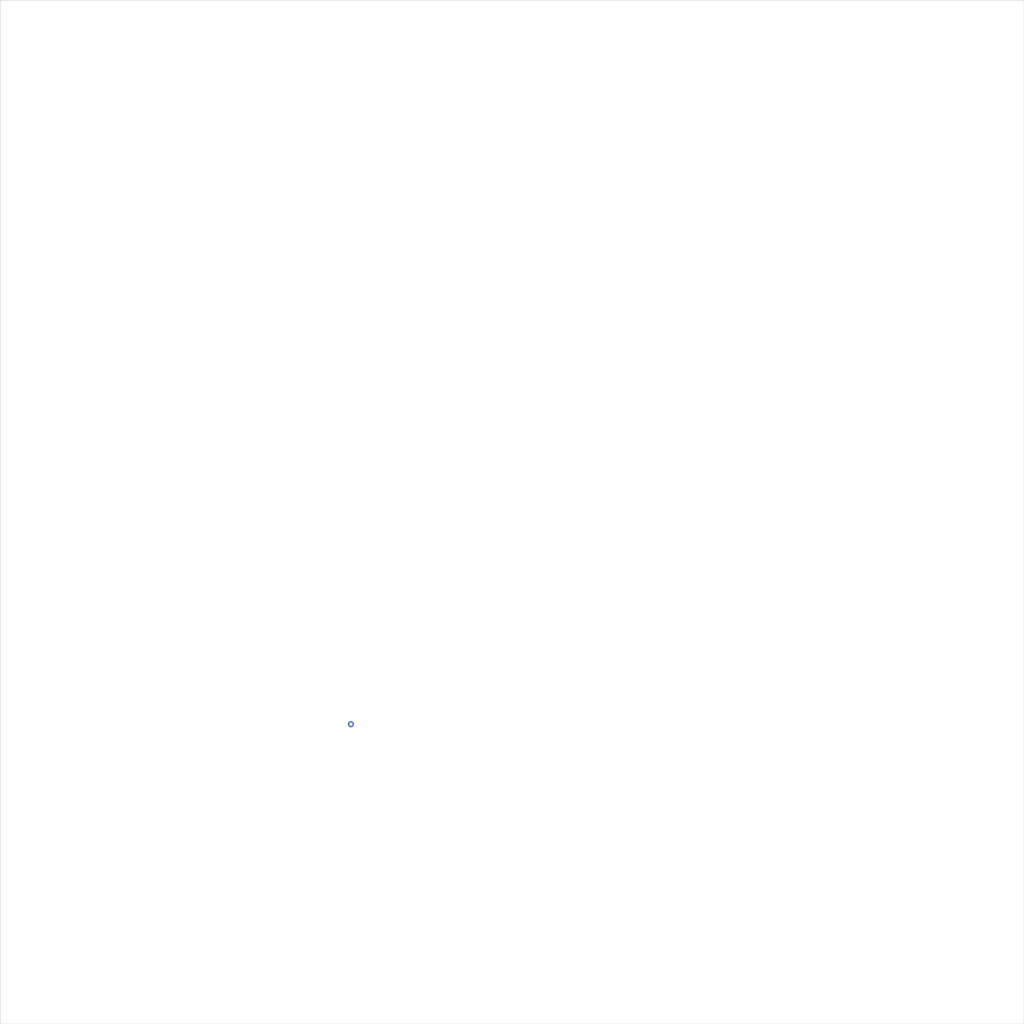
<source format=kicad_pcb>
(kicad_pcb
	(version 20241229)
	(generator "pcbnew")
	(generator_version "9.0")
	(general
		(thickness 1.6)
		(legacy_teardrops no)
	)
	(paper "A4")
	(layers
		(0 "F.Cu" signal)
		(2 "B.Cu" signal)
		(9 "F.Adhes" user "F.Adhesive")
		(11 "B.Adhes" user "B.Adhesive")
		(13 "F.Paste" user)
		(15 "B.Paste" user)
		(5 "F.SilkS" user "F.Silkscreen")
		(7 "B.SilkS" user "B.Silkscreen")
		(1 "F.Mask" user)
		(3 "B.Mask" user)
		(17 "Dwgs.User" user "User.Drawings")
		(19 "Cmts.User" user "User.Comments")
		(21 "Eco1.User" user "User.Eco1")
		(23 "Eco2.User" user "User.Eco2")
		(25 "Edge.Cuts" user)
		(27 "Margin" user)
		(31 "F.CrtYd" user "F.Courtyard")
		(29 "B.CrtYd" user "B.Courtyard")
		(35 "F.Fab" user)
		(33 "B.Fab" user)
		(39 "User.1" user)
		(41 "User.2" user)
		(43 "User.3" user)
		(45 "User.4" user)
	)
	(setup
		(pad_to_mask_clearance 0)
		(allow_soldermask_bridges_in_footprints no)
		(tenting front back)
		(pcbplotparams
			(layerselection 0x00000000_00000000_55555555_5755f5ff)
			(plot_on_all_layers_selection 0x00000000_00000000_00000000_00000000)
			(disableapertmacros no)
			(usegerberextensions no)
			(usegerberattributes yes)
			(usegerberadvancedattributes yes)
			(creategerberjobfile yes)
			(dashed_line_dash_ratio 12.000000)
			(dashed_line_gap_ratio 3.000000)
			(svgprecision 4)
			(plotframeref no)
			(mode 1)
			(useauxorigin no)
			(hpglpennumber 1)
			(hpglpenspeed 20)
			(hpglpendiameter 15.000000)
			(pdf_front_fp_property_popups yes)
			(pdf_back_fp_property_popups yes)
			(pdf_metadata yes)
			(pdf_single_document no)
			(dxfpolygonmode yes)
			(dxfimperialunits yes)
			(dxfusepcbnewfont yes)
			(psnegative no)
			(psa4output no)
			(plot_black_and_white yes)
			(plotinvisibletext no)
			(sketchpadsonfab no)
			(plotpadnumbers no)
			(hidednponfab no)
			(sketchdnponfab yes)
			(crossoutdnponfab yes)
			(subtractmaskfromsilk no)
			(outputformat 1)
			(mirror no)
			(drillshape 1)
			(scaleselection 1)
			(outputdirectory "")
		)
	)
	(net 0 "")
	(gr_rect
		(start 50 50)
		(end 150 150)
		(stroke
			(width 0.05)
			(type solid)
		)
		(fill no)
		(layer "Edge.Cuts")
		(uuid "b1e9b245-1cfa-4273-a012-b1971a631aa7")
	)
	(via
		(at 84.25 120.72)
		(size 0.6)
		(drill 0.3)
		(layers "F.Cu" "B.Cu")
		(net 0)
		(uuid "835173f3-3ad8-4295-9284-5d38b40605da")
	)
	(embedded_fonts no)
)

</source>
